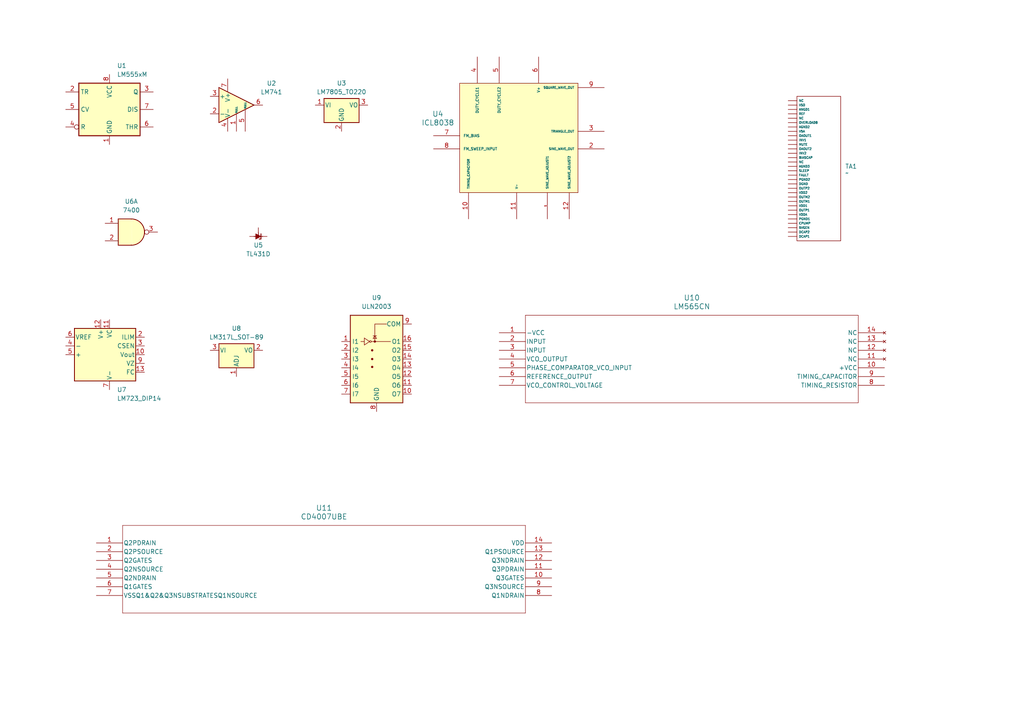
<source format=kicad_sch>
(kicad_sch (version 20231120) (generator "eeschema") (generator_version "8.0")
  (paper "A4")
  (lib_symbols
    (symbol "74xx:7400" (pin_names (offset 1.016))
      (property "Reference" "U" (at 0 1.27 0))
      (property "Value" "7400" (at 0 -1.27 0))
      (symbol "7400_1_1"
        (arc (start 0 -3.81) (mid 3.7934 0) (end 0 3.81) (stroke (width 0.254)) (fill (type background)))
        (polyline (pts (xy 0 3.81) (xy -3.81 3.81) (xy -3.81 -3.81) (xy 0 -3.81)) (stroke (width 0.254)) (fill (type background)))
        (pin input line (at -7.62 2.54 0) (length 3.81) (name "~") (number "1"))
        (pin input line (at -7.62 -2.54 0) (length 3.81) (name "~") (number "2"))
        (pin output inverted (at 7.62 0 180) (length 3.81) (name "~") (number "3"))
      )
      (symbol "7400_1_2"
        (arc (start -3.81 -3.81) (mid -2.589 0) (end -3.81 3.81) (stroke (width 0.254)))
        (arc (start -0.6096 -3.81) (mid 2.1842 -2.5851) (end 3.81 0) (stroke (width 0.254)) (fill (type background)))
        (polyline (pts (xy -3.81 -3.81) (xy -0.635 -3.81)) (stroke (width 0.254)) (fill (type background)))
        (polyline (pts (xy -3.81 3.81) (xy -0.635 3.81)) (stroke (width 0.254)) (fill (type background)))
        (polyline (pts (xy -0.635 3.81) (xy -3.81 3.81) (xy -3.81 3.81) (xy -3.556 3.4036) (xy -3.0226 2.2606) (xy -2.6924 1.0414) (xy -2.6162 -0.254) (xy -2.7686 -1.4986) (xy -3.175 -2.7178) (xy -3.81 -3.81) (xy -3.81 -3.81) (xy -0.635 -3.81)) (stroke (width -25.4)) (fill (type background)))
        (arc (start 3.81 0) (mid 2.1915 2.5936) (end -0.6096 3.81) (stroke (width 0.254)) (fill (type background)))
        (pin input inverted (at -7.62 2.54 0) (length 4.318) (name "~") (number "1"))
        (pin input inverted (at -7.62 -2.54 0) (length 4.318) (name "~") (number "2"))
        (pin output line (at 7.62 0 180) (length 3.81) (name "~") (number "3"))
      )
      (symbol "7400_2_1"
        (arc (start 0 -3.81) (mid 3.7934 0) (end 0 3.81) (stroke (width 0.254)) (fill (type background)))
        (polyline (pts (xy 0 3.81) (xy -3.81 3.81) (xy -3.81 -3.81) (xy 0 -3.81)) (stroke (width 0.254)) (fill (type background)))
        (pin input line (at -7.62 2.54 0) (length 3.81) (name "~") (number "4"))
        (pin input line (at -7.62 -2.54 0) (length 3.81) (name "~") (number "5"))
        (pin output inverted (at 7.62 0 180) (length 3.81) (name "~") (number "6"))
      )
      (symbol "7400_2_2"
        (arc (start -3.81 -3.81) (mid -2.589 0) (end -3.81 3.81) (stroke (width 0.254)))
        (arc (start -0.6096 -3.81) (mid 2.1842 -2.5851) (end 3.81 0) (stroke (width 0.254)) (fill (type background)))
        (polyline (pts (xy -3.81 -3.81) (xy -0.635 -3.81)) (stroke (width 0.254)) (fill (type background)))
        (polyline (pts (xy -3.81 3.81) (xy -0.635 3.81)) (stroke (width 0.254)) (fill (type background)))
        (polyline (pts (xy -0.635 3.81) (xy -3.81 3.81) (xy -3.81 3.81) (xy -3.556 3.4036) (xy -3.0226 2.2606) (xy -2.6924 1.0414) (xy -2.6162 -0.254) (xy -2.7686 -1.4986) (xy -3.175 -2.7178) (xy -3.81 -3.81) (xy -3.81 -3.81) (xy -0.635 -3.81)) (stroke (width -25.4)) (fill (type background)))
        (arc (start 3.81 0) (mid 2.1915 2.5936) (end -0.6096 3.81) (stroke (width 0.254)) (fill (type background)))
        (pin input inverted (at -7.62 2.54 0) (length 4.318) (name "~") (number "4"))
        (pin input inverted (at -7.62 -2.54 0) (length 4.318) (name "~") (number "5"))
        (pin output line (at 7.62 0 180) (length 3.81) (name "~") (number "6"))
      )
      (symbol "7400_3_1"
        (arc (start 0 -3.81) (mid 3.7934 0) (end 0 3.81) (stroke (width 0.254)) (fill (type background)))
        (polyline (pts (xy 0 3.81) (xy -3.81 3.81) (xy -3.81 -3.81) (xy 0 -3.81)) (stroke (width 0.254)) (fill (type background)))
        (pin input line (at -7.62 -2.54 0) (length 3.81) (name "~") (number "10"))
        (pin output inverted (at 7.62 0 180) (length 3.81) (name "~") (number "8"))
        (pin input line (at -7.62 2.54 0) (length 3.81) (name "~") (number "9"))
      )
      (symbol "7400_3_2"
        (arc (start -3.81 -3.81) (mid -2.589 0) (end -3.81 3.81) (stroke (width 0.254)))
        (arc (start -0.6096 -3.81) (mid 2.1842 -2.5851) (end 3.81 0) (stroke (width 0.254)) (fill (type background)))
        (polyline (pts (xy -3.81 -3.81) (xy -0.635 -3.81)) (stroke (width 0.254)) (fill (type background)))
        (polyline (pts (xy -3.81 3.81) (xy -0.635 3.81)) (stroke (width 0.254)) (fill (type background)))
        (polyline (pts (xy -0.635 3.81) (xy -3.81 3.81) (xy -3.81 3.81) (xy -3.556 3.4036) (xy -3.0226 2.2606) (xy -2.6924 1.0414) (xy -2.6162 -0.254) (xy -2.7686 -1.4986) (xy -3.175 -2.7178) (xy -3.81 -3.81) (xy -3.81 -3.81) (xy -0.635 -3.81)) (stroke (width -25.4)) (fill (type background)))
        (arc (start 3.81 0) (mid 2.1915 2.5936) (end -0.6096 3.81) (stroke (width 0.254)) (fill (type background)))
        (pin input inverted (at -7.62 -2.54 0) (length 4.318) (name "~") (number "10"))
        (pin output line (at 7.62 0 180) (length 3.81) (name "~") (number "8"))
        (pin input inverted (at -7.62 2.54 0) (length 4.318) (name "~") (number "9"))
      )
      (symbol "7400_4_1"
        (arc (start 0 -3.81) (mid 3.7934 0) (end 0 3.81) (stroke (width 0.254)) (fill (type background)))
        (polyline (pts (xy 0 3.81) (xy -3.81 3.81) (xy -3.81 -3.81) (xy 0 -3.81)) (stroke (width 0.254)) (fill (type background)))
        (pin output inverted (at 7.62 0 180) (length 3.81) (name "~") (number "11"))
        (pin input line (at -7.62 2.54 0) (length 3.81) (name "~") (number "12"))
        (pin input line (at -7.62 -2.54 0) (length 3.81) (name "~") (number "13"))
      )
      (symbol "7400_4_2"
        (arc (start -3.81 -3.81) (mid -2.589 0) (end -3.81 3.81) (stroke (width 0.254)))
        (arc (start -0.6096 -3.81) (mid 2.1842 -2.5851) (end 3.81 0) (stroke (width 0.254)) (fill (type background)))
        (polyline (pts (xy -3.81 -3.81) (xy -0.635 -3.81)) (stroke (width 0.254)) (fill (type background)))
        (polyline (pts (xy -3.81 3.81) (xy -0.635 3.81)) (stroke (width 0.254)) (fill (type background)))
        (polyline (pts (xy -0.635 3.81) (xy -3.81 3.81) (xy -3.81 3.81) (xy -3.556 3.4036) (xy -3.0226 2.2606) (xy -2.6924 1.0414) (xy -2.6162 -0.254) (xy -2.7686 -1.4986) (xy -3.175 -2.7178) (xy -3.81 -3.81) (xy -3.81 -3.81) (xy -0.635 -3.81)) (stroke (width -25.4)) (fill (type background)))
        (arc (start 3.81 0) (mid 2.1915 2.5936) (end -0.6096 3.81) (stroke (width 0.254)) (fill (type background)))
        (pin output line (at 7.62 0 180) (length 3.81) (name "~") (number "11"))
        (pin input inverted (at -7.62 2.54 0) (length 4.318) (name "~") (number "12"))
        (pin input inverted (at -7.62 -2.54 0) (length 4.318) (name "~") (number "13"))
      )
      (symbol "7400_5_0"
        (pin power_in line (at 0 12.7 270) (length 5.08) (name "VCC") (number "14"))
        (pin power_in line (at 0 -12.7 90) (length 5.08) (name "GND") (number "7"))
      )
      (symbol "7400_5_1"
        (rectangle (start -5.08 7.62) (end 5.08 -7.62) (stroke (width 0.254)) (fill (type background)))
      )
    )
    (symbol "Amplifier_Operational:LM741" (pin_names (offset 0.127))
      (property "Reference" "U" (at 0 6.35 0))
      (property "Value" "LM741" (at 0 3.81 0))
      (symbol "LM741_0_1"
        (polyline (pts (xy -5.08 5.08) (xy 5.08 0) (xy -5.08 -5.08) (xy -5.08 5.08)) (stroke (width 0.254)) (fill (type background)))
      )
      (symbol "LM741_1_1"
        (pin input line (at 0 -7.62 90) (length 5.08) (name "NULL") (number "1"))
        (pin input line (at -7.62 -2.54 0) (length 2.54) (name "-") (number "2"))
        (pin input line (at -7.62 2.54 0) (length 2.54) (name "+") (number "3"))
        (pin power_in line (at -2.54 -7.62 90) (length 3.81) (name "V-") (number "4"))
        (pin input line (at 2.54 -7.62 90) (length 6.35) (name "NULL") (number "5"))
        (pin output line (at 7.62 0 180) (length 2.54) (name "~") (number "6"))
        (pin power_in line (at -2.54 7.62 270) (length 3.81) (name "V+") (number "7"))
        (pin no_connect line (at 0 2.54 270) (length 2.54) hide (name "NC") (number "8"))
      )
    )
    (symbol "Generator:ICL8038" (pin_names (offset 1.016))
      (property "Reference" "U" (at -0.254 -5.334 0))
      (property "Value" "ICL8038" (at -0.254 -2.286 0))
      (symbol "ICL8038_0_1"
        (rectangle (start -16.51 11.43) (end 17.78 -20.32) (fill (type background)))
      )
      (symbol "ICL8038_1_1"
        (pin input line (at 8.89 -27.94 90) (length 7.62) (name "SINE_WAVE_ADJUST1") (number "1"))
        (pin input line (at -13.97 -27.94 90) (length 7.62) (name "TIMING_CAPACITOR") (number "10"))
        (pin power_in line (at 0 -27.94 90) (length 7.62) (name "V-") (number "11"))
        (pin input line (at 15.24 -27.94 90) (length 7.62) (name "SINE_WAVE_ADJUST2") (number "12"))
        (pin output line (at 25.4 -7.62 180) (length 7.62) (name "SINE_WAVE_OUT") (number "2"))
        (pin output line (at 25.4 -2.54 180) (length 7.62) (name "TRIANGLE_OUT") (number "3"))
        (pin input line (at -11.43 19.05 270) (length 7.62) (name "DUTY_CYCLE1") (number "4"))
        (pin input line (at -5.08 19.05 270) (length 7.62) (name "DUTY_CYCLE2") (number "5"))
        (pin power_in line (at 6.35 19.05 270) (length 7.62) (name "V+") (number "6"))
        (pin input line (at -24.13 -3.81 0) (length 7.62) (name "FM_BIAS") (number "7"))
        (pin input line (at -24.13 -7.62 0) (length 7.62) (name "FM_SWEEP_INPUT") (number "8"))
        (pin output line (at 25.4 10.16 180) (length 7.62) (name "SQUARE_WAVE_OUT") (number "9"))
      )
    )
    (symbol "Inverter:CD4007UBE" (pin_names (offset 0.254))
      (property "Reference" "U" (at 66.04 10.16 0))
      (property "Value" "CD4007UBE" (at 66.04 7.62 0))
      (symbol "CD4007UBE_0_1"
        (polyline (pts (xy 7.62 -20.32) (xy 124.46 -20.32)) (stroke (width 0.127)))
        (polyline (pts (xy 7.62 5.08) (xy 7.62 -20.32)) (stroke (width 0.127)))
        (polyline (pts (xy 124.46 -20.32) (xy 124.46 5.08)) (stroke (width 0.127)))
        (polyline (pts (xy 124.46 5.08) (xy 7.62 5.08)) (stroke (width 0.127)))
        (pin unspecified line (at 0 0 0) (length 7.62) (name "Q2PDRAIN") (number "1"))
        (pin unspecified line (at 132.08 -10.16 180) (length 7.62) (name "Q3GATES") (number "10"))
        (pin unspecified line (at 132.08 -7.62 180) (length 7.62) (name "Q3PDRAIN") (number "11"))
        (pin unspecified line (at 132.08 -5.08 180) (length 7.62) (name "Q3NDRAIN") (number "12"))
        (pin unspecified line (at 132.08 -2.54 180) (length 7.62) (name "Q1PSOURCE") (number "13"))
        (pin unspecified line (at 132.08 0 180) (length 7.62) (name "VDD") (number "14"))
        (pin unspecified line (at 0 -2.54 0) (length 7.62) (name "Q2PSOURCE") (number "2"))
        (pin unspecified line (at 0 -5.08 0) (length 7.62) (name "Q2GATES") (number "3"))
        (pin unspecified line (at 0 -7.62 0) (length 7.62) (name "Q2NSOURCE") (number "4"))
        (pin unspecified line (at 0 -10.16 0) (length 7.62) (name "Q2NDRAIN") (number "5"))
        (pin unspecified line (at 0 -12.7 0) (length 7.62) (name "Q1GATES") (number "6"))
        (pin unspecified line (at 0 -15.24 0) (length 7.62) (name "VSSQ1&Q2&Q3NSUBSTRATESQ1NSOURCE") (number "7"))
        (pin unspecified line (at 132.08 -15.24 180) (length 7.62) (name "Q1NDRAIN") (number "8"))
        (pin unspecified line (at 132.08 -12.7 180) (length 7.62) (name "Q3NSOURCE") (number "9"))
      )
    )
    (symbol "PLL:LM565CN" (pin_names (offset 0.254))
      (property "Reference" "U" (at 55.88 10.16 0))
      (property "Value" "LM565CN" (at 55.88 7.62 0))
      (symbol "LM565CN_0_1"
        (polyline (pts (xy 7.62 -20.32) (xy 104.14 -20.32)) (stroke (width 0.127)))
        (polyline (pts (xy 7.62 5.08) (xy 7.62 -20.32)) (stroke (width 0.127)))
        (polyline (pts (xy 104.14 -20.32) (xy 104.14 5.08)) (stroke (width 0.127)))
        (polyline (pts (xy 104.14 5.08) (xy 7.62 5.08)) (stroke (width 0.127)))
        (pin power_in line (at 0 0 0) (length 7.62) (name "-VCC") (number "1"))
        (pin power_in line (at 111.76 -10.16 180) (length 7.62) (name "+VCC") (number "10"))
        (pin no_connect line (at 111.76 -7.62 180) (length 7.62) (name "NC") (number "11"))
        (pin no_connect line (at 111.76 -5.08 180) (length 7.62) (name "NC") (number "12"))
        (pin no_connect line (at 111.76 -2.54 180) (length 7.62) (name "NC") (number "13"))
        (pin no_connect line (at 111.76 0 180) (length 7.62) (name "NC") (number "14"))
        (pin input line (at 0 -2.54 0) (length 7.62) (name "INPUT") (number "2"))
        (pin input line (at 0 -5.08 0) (length 7.62) (name "INPUT") (number "3"))
        (pin output line (at 0 -7.62 0) (length 7.62) (name "VCO_OUTPUT") (number "4"))
        (pin unspecified line (at 0 -10.16 0) (length 7.62) (name "PHASE_COMPARATOR_VCO_INPUT") (number "5"))
        (pin output line (at 0 -12.7 0) (length 7.62) (name "REFERENCE_OUTPUT") (number "6"))
        (pin unspecified line (at 0 -15.24 0) (length 7.62) (name "VCO_CONTROL_VOLTAGE") (number "7"))
        (pin unspecified line (at 111.76 -15.24 180) (length 7.62) (name "TIMING_RESISTOR") (number "8"))
        (pin unspecified line (at 111.76 -12.7 180) (length 7.62) (name "TIMING_CAPACITOR") (number "9"))
      )
    )
    (symbol "Reference_Voltage:TL431D" (pin_numbers hide) (pin_names hide)
      (property "Reference" "U" (at 0 -2.54 0))
      (property "Value" "TL431D" (at 0 -4.445 0))
      (symbol "TL431D_0_1"
        (polyline (pts (xy -1.27 0) (xy 0 0) (xy 1.27 0)))
        (polyline (pts (xy 0.254 -0.762) (xy 0.762 -0.762) (xy 0.762 0.762) (xy 0.762 0.762)) (stroke (width 0.254)))
        (polyline (pts (xy -0.762 -0.762) (xy -0.762 0.762) (xy -0.762 0.762) (xy 0.762 0) (xy -0.762 -0.762)) (fill (type outline)))
      )
      (symbol "TL431D_1_1"
        (polyline (pts (xy 0 1.27) (xy 0 0)))
        (pin passive line (at 2.54 0 180) (length 2.54) (name "K") (number "1"))
        (pin passive line (at -2.54 0 0) (length 2.54) (name "A") (number "2"))
        (pin passive line (at -2.54 0 0) (length 2.54) hide (name "A") (number "3"))
        (pin passive line (at -2.54 0 0) (length 2.54) hide (name "A") (number "6"))
        (pin passive line (at -2.54 0 0) (length 2.54) hide (name "A") (number "7"))
        (pin passive line (at 0 2.54 270) (length 2.54) (name "REF") (number "8"))
      )
    )
    (symbol "Regulator_Linear:LM317L_SOT-89" (pin_names (offset 0.254))
      (property "Reference" "U" (at -3.81 3.175 0))
      (property "Value" "LM317L_SOT-89" (at 0 3.175 0))
      (symbol "LM317L_SOT-89_0_1"
        (rectangle (start -5.08 1.905) (end 5.08 -5.08) (stroke (width 0.254)) (fill (type background)))
      )
      (symbol "LM317L_SOT-89_1_1"
        (pin input line (at 0 -7.62 90) (length 2.54) (name "ADJ") (number "1"))
        (pin power_out line (at 7.62 0 180) (length 2.54) (name "VO") (number "2"))
        (pin power_in line (at -7.62 0 0) (length 2.54) (name "VI") (number "3"))
      )
    )
    (symbol "Regulator_Linear:LM723_DIP14" (pin_names (offset 0.254))
      (property "Reference" "U" (at 0.635 10.795 0))
      (property "Value" "LM723_DIP14" (at 0.635 8.89 0))
      (symbol "LM723_DIP14_0_1"
        (rectangle (start -10.16 -7.62) (end 7.62 7.62) (stroke (width 0.254)) (fill (type background)))
      )
      (symbol "LM723_DIP14_1_1"
        (pin no_connect line (at -10.16 -5.08 0) (length 2.54) hide (name "NC") (number "1"))
        (pin power_out line (at 10.16 0 180) (length 2.54) (name "Vout") (number "10"))
        (pin power_in line (at 0 10.16 270) (length 2.54) (name "VC") (number "11"))
        (pin power_in line (at -2.54 10.16 270) (length 2.54) (name "V+") (number "12"))
        (pin input line (at 10.16 -5.08 180) (length 2.54) (name "FC") (number "13"))
        (pin no_connect line (at -2.54 -7.62 90) (length 2.54) hide (name "NC") (number "14"))
        (pin input line (at 10.16 5.08 180) (length 2.54) (name "ILIM") (number "2"))
        (pin input line (at 10.16 2.54 180) (length 2.54) (name "CSEN") (number "3"))
        (pin input line (at -12.7 2.54 0) (length 2.54) (name "-") (number "4"))
        (pin input line (at -12.7 0 0) (length 2.54) (name "+") (number "5"))
        (pin power_out line (at -12.7 5.08 0) (length 2.54) (name "VREF") (number "6"))
        (pin power_in line (at 0 -10.16 90) (length 2.54) (name "V-") (number "7"))
        (pin no_connect line (at -10.16 -2.54 0) (length 2.54) hide (name "NC") (number "8"))
        (pin input line (at 10.16 -2.54 180) (length 2.54) (name "VZ") (number "9"))
      )
    )
    (symbol "Regulator_Linear:LM7805_TO220" (pin_names (offset 0.254))
      (property "Reference" "U" (at -3.81 3.175 0))
      (property "Value" "LM7805_TO220" (at 0 3.175 0))
      (symbol "LM7805_TO220_0_1"
        (rectangle (start -5.08 1.905) (end 5.08 -5.08) (stroke (width 0.254)) (fill (type background)))
      )
      (symbol "LM7805_TO220_1_1"
        (pin power_in line (at -7.62 0 0) (length 2.54) (name "VI") (number "1"))
        (pin power_in line (at 0 -7.62 90) (length 2.54) (name "GND") (number "2"))
        (pin power_out line (at 7.62 0 180) (length 2.54) (name "VO") (number "3"))
      )
    )
    (symbol "TA:TA2020_020"
      (property "Reference" "TA2020" (at 2.794 0.254 90))
      (symbol "TA2020_020_0_1"
        (rectangle (start -6.35 20.32) (end 6.35 -21.59))
      )
      (symbol "TA2020_020_1_1"
        (pin input line (at -8.89 -17.78 0) (length 2.54) (name "5VGEN") (number ""))
        (pin input line (at -8.89 11.43 0) (length 2.54) (name "AGND2") (number ""))
        (pin input line (at -8.89 0 0) (length 2.54) (name "AGND3") (number ""))
        (pin input line (at -8.89 16.51 0) (length 2.54) (name "ANGD1") (number ""))
        (pin input line (at -8.89 2.54 0) (length 2.54) (name "BIASCAP") (number ""))
        (pin input line (at -8.89 -16.51 0) (length 2.54) (name "CPUMP") (number ""))
        (pin input line (at -8.89 -20.32 0) (length 2.54) (name "DCAP1") (number ""))
        (pin input line (at -8.89 -19.05 0) (length 2.54) (name "DCAP2") (number ""))
        (pin input line (at -8.89 -5.08 0) (length 2.54) (name "DGND") (number ""))
        (pin input line (at -8.89 -2.54 0) (length 2.54) (name "FAULT") (number ""))
        (pin input line (at -8.89 7.62 0) (length 2.54) (name "INV1") (number ""))
        (pin input line (at -8.89 3.81 0) (length 2.54) (name "INV2") (number ""))
        (pin input line (at -8.89 6.35 0) (length 2.54) (name "MUTE") (number ""))
        (pin input line (at -8.89 1.27 0) (length 2.54) (name "NC") (number ""))
        (pin input line (at -8.89 13.97 0) (length 2.54) (name "NC") (number ""))
        (pin input line (at -8.89 19.05 0) (length 2.54) (name "NC") (number ""))
        (pin output line (at -8.89 8.89 0) (length 2.54) (name "OAOUT1") (number ""))
        (pin output line (at -8.89 5.08 0) (length 2.54) (name "OAOUT2") (number ""))
        (pin output line (at -8.89 -10.16 0) (length 2.54) (name "OUTM1") (number ""))
        (pin output line (at -8.89 -8.89 0) (length 2.54) (name "OUTM2") (number ""))
        (pin output line (at -8.89 -12.7 0) (length 2.54) (name "OUTP1") (number ""))
        (pin output line (at -8.89 -6.35 0) (length 2.54) (name "OUTP2") (number ""))
        (pin input line (at -8.89 12.7 0) (length 2.54) (name "OVERLOADB") (number ""))
        (pin input line (at -8.89 -15.24 0) (length 2.54) (name "PGND1") (number ""))
        (pin input line (at -8.89 -3.81 0) (length 2.54) (name "PGND2") (number ""))
        (pin input line (at -8.89 15.24 0) (length 2.54) (name "REF") (number ""))
        (pin input line (at -8.89 -1.27 0) (length 2.54) (name "SLEEP") (number ""))
        (pin input line (at -8.89 10.16 0) (length 2.54) (name "V5A") (number ""))
        (pin input line (at -8.89 17.78 0) (length 2.54) (name "V5D") (number ""))
        (pin input line (at -8.89 -11.43 0) (length 2.54) (name "VDD1") (number ""))
        (pin input line (at -8.89 -7.62 0) (length 2.54) (name "VDD2") (number ""))
        (pin input line (at -8.89 -13.97 0) (length 2.54) (name "VDDA") (number ""))
      )
    )
    (symbol "Timer:LM555xM"
      (property "Reference" "U" (at -10.16 8.89 0))
      (property "Value" "LM555xM" (at 2.54 8.89 0))
      (symbol "LM555xM_0_0"
        (pin power_in line (at 0 -10.16 90) (length 2.54) (name "GND") (number "1"))
        (pin power_in line (at 0 10.16 270) (length 2.54) (name "VCC") (number "8"))
      )
      (symbol "LM555xM_0_1"
        (rectangle (start -8.89 -7.62) (end 8.89 7.62) (stroke (width 0.254)) (fill (type background)))
        (rectangle (start -8.89 -7.62) (end 8.89 7.62) (stroke (width 0.254)) (fill (type background)))
      )
      (symbol "LM555xM_1_1"
        (pin input line (at -12.7 5.08 0) (length 3.81) (name "TR") (number "2"))
        (pin output line (at 12.7 5.08 180) (length 3.81) (name "Q") (number "3"))
        (pin input inverted (at -12.7 -5.08 0) (length 3.81) (name "R") (number "4"))
        (pin input line (at -12.7 0 0) (length 3.81) (name "CV") (number "5"))
        (pin input line (at 12.7 -5.08 180) (length 3.81) (name "THR") (number "6"))
        (pin input line (at 12.7 0 180) (length 3.81) (name "DIS") (number "7"))
      )
    )
    (symbol "Transistor_Array:ULN2003"
      (property "Reference" "U" (at 0 15.875 0))
      (property "Value" "ULN2003" (at 0 13.97 0))
      (symbol "ULN2003_0_1"
        (rectangle (start -7.62 -12.7) (end 7.62 12.7) (stroke (width 0.254)) (fill (type background)))
        (circle (center -1.778 5.08) (radius 0.254))
        (circle (center -1.27 -2.286) (radius 0.254) (fill (type outline)))
        (circle (center -1.27 0) (radius 0.254) (fill (type outline)))
        (circle (center -1.27 2.54) (radius 0.254) (fill (type outline)))
        (circle (center -0.508 5.08) (radius 0.254) (fill (type outline)))
        (polyline (pts (xy -4.572 5.08) (xy -3.556 5.08)))
        (polyline (pts (xy -1.524 5.08) (xy 4.064 5.08)))
        (polyline (pts (xy 0 6.731) (xy -1.016 6.731)))
        (polyline (pts (xy -0.508 5.08) (xy -0.508 10.16) (xy 2.921 10.16)))
        (polyline (pts (xy -3.556 6.096) (xy -3.556 4.064) (xy -2.032 5.08) (xy -3.556 6.096)))
        (polyline (pts (xy 0 5.969) (xy -1.016 5.969) (xy -0.508 6.731) (xy 0 5.969)))
      )
      (symbol "ULN2003_1_1"
        (pin input line (at -10.16 5.08 0) (length 2.54) (name "I1") (number "1"))
        (pin open_collector line (at 10.16 -10.16 180) (length 2.54) (name "O7") (number "10"))
        (pin open_collector line (at 10.16 -7.62 180) (length 2.54) (name "O6") (number "11"))
        (pin open_collector line (at 10.16 -5.08 180) (length 2.54) (name "O5") (number "12"))
        (pin open_collector line (at 10.16 -2.54 180) (length 2.54) (name "O4") (number "13"))
        (pin open_collector line (at 10.16 0 180) (length 2.54) (name "O3") (number "14"))
        (pin open_collector line (at 10.16 2.54 180) (length 2.54) (name "O2") (number "15"))
        (pin open_collector line (at 10.16 5.08 180) (length 2.54) (name "O1") (number "16"))
        (pin input line (at -10.16 2.54 0) (length 2.54) (name "I2") (number "2"))
        (pin input line (at -10.16 0 0) (length 2.54) (name "I3") (number "3"))
        (pin input line (at -10.16 -2.54 0) (length 2.54) (name "I4") (number "4"))
        (pin input line (at -10.16 -5.08 0) (length 2.54) (name "I5") (number "5"))
        (pin input line (at -10.16 -7.62 0) (length 2.54) (name "I6") (number "6"))
        (pin input line (at -10.16 -10.16 0) (length 2.54) (name "I7") (number "7"))
        (pin power_in line (at 0 -15.24 90) (length 2.54) (name "GND") (number "8"))
        (pin passive line (at 10.16 10.16 180) (length 2.54) (name "COM") (number "9"))
      )
    )
  )
  (symbol (lib_id "Amplifier_Operational:LM741") (at 68.58 30.48 0) (unit 1)
    (property "Reference" "U2" (at 78.74 24.1614 0))
    (property "Value" "LM741" (at 78.74 26.7014 0))
    (property "Datasheet" "http://www.ti.com/lit/ds/symlink/lm741.pdf" (effects (hide yes)))
    (property "Description" "Operational Amplifier, DIP-8/TO-99-8" (effects (hide yes)))
  )
  (symbol (lib_id "Regulator_Linear:LM7805_TO220") (at 99.06 30.48 0) (unit 1)
    (property "Reference" "U3" (at 99.06 24.13 0))
    (property "Value" "LM7805_TO220" (at 99.06 26.67 0))
    (property "Footprint" "Package_TO_SOT_THT:TO-220-3_Vertical" (effects (hide yes)))
    (property "Datasheet" "https://www.onsemi.cn/PowerSolutions/document/MC7800-D.PDF" (effects (hide yes)))
    (property "Description" "Positive 1A 35V Linear Regulator, Fixed Output 5V, TO-220" (effects (hide yes)))
  )
  (symbol (lib_id "TA:TA2020_020") (at 237.49 48.26 0) (unit 1)
    (property "Reference" "TA1" (at 245.11 48.2599 0) (effects (justify left)))
    (property "Value" "~" (at 245.11 50.165 0) (effects (justify left)))
  )
  (symbol (lib_id "Inverter:CD4007UBE") (at 27.94 157.48 0) (unit 1)
    (property "Reference" "U11" (at 93.98 147.32 0) (effects (font (size 1.524 1.524))))
    (property "Value" "CD4007UBE" (at 93.98 149.86 0) (effects (font (size 1.524 1.524))))
    (property "Footprint" "N14" (effects (hide yes)))
    (property "Datasheet" "CD4007UBE" (effects (hide yes)))
  )
  (symbol (lib_id "74xx:7400") (at 38.1 67.31 0) (unit 1)
    (property "Reference" "U6" (at 38.0917 58.42 0))
    (property "Value" "7400" (at 38.0917 60.96 0))
    (property "Datasheet" "http://www.ti.com/lit/gpn/sn7400" (effects (hide yes)))
    (property "Description" "quad 2-input NAND gate" (effects (hide yes)))
  )
  (symbol (lib_id "Timer:LM555xM") (at 31.75 31.75 0) (unit 1)
    (property "Reference" "U1" (at 33.9441 19.05 0) (effects (justify left)))
    (property "Value" "LM555xM" (at 33.9441 21.59 0) (effects (justify left)))
    (property "Footprint" "Package_SO:SOIC-8_3.9x4.9mm_P1.27mm" (effects (hide yes)))
    (property "Datasheet" "http://www.ti.com/lit/ds/symlink/lm555.pdf" (effects (hide yes)))
    (property "Description" "Timer, 555 compatible, SOIC-8" (effects (hide yes)))
  )
  (symbol (lib_id "PLL:LM565CN") (at 144.78 96.52 0) (unit 1)
    (property "Reference" "U10" (at 200.66 86.36 0) (effects (font (size 1.524 1.524))))
    (property "Value" "LM565CN" (at 200.66 88.9 0) (effects (font (size 1.524 1.524))))
    (property "Footprint" "DIP_565CN_TEX" (effects (hide yes)))
    (property "Datasheet" "LM565CN" (effects (hide yes)))
  )
  (symbol (lib_id "Reference_Voltage:TL431D") (at 74.93 68.58 0) (unit 1)
    (property "Reference" "U5" (at 74.93 71.12 0))
    (property "Value" "TL431D" (at 74.93 73.66 0))
    (property "Footprint" "Package_SO:SOIC-8_3.9x4.9mm_P1.27mm" (effects (hide yes)))
    (property "Datasheet" "http://www.ti.com/lit/ds/symlink/tl431.pdf" (effects (hide yes)))
    (property "Description" "Shunt Regulator, SO-8" (effects (hide yes)))
  )
  (symbol (lib_id "Generator:ICL8038") (at 149.86 35.56 0) (unit 1)
    (property "Reference" "U4" (at 127 33.0514 0) (effects (font (size 1.524 1.524))))
    (property "Value" "ICL8038" (at 127 35.5914 0) (effects (font (size 1.524 1.524))))
  )
  (symbol (lib_id "Regulator_Linear:LM723_DIP14") (at 31.75 102.87 0) (unit 1)
    (property "Reference" "U7" (at 33.9441 113.03 0) (effects (justify left)))
    (property "Value" "LM723_DIP14" (at 33.9441 115.57 0) (effects (justify left)))
    (property "Footprint" "Package_DIP:DIP-14_W7.62mm" (effects (hide yes)))
    (property "Datasheet" "http://www.ti.com/lit/ds/symlink/lm723.pdf" (effects (hide yes)))
    (property "Description" "Linear Regulator (adjustable), DIP-14" (effects (hide yes)))
  )
  (symbol (lib_id "Regulator_Linear:LM317L_SOT-89") (at 68.58 101.6 0) (unit 1)
    (property "Reference" "U8" (at 68.58 95.25 0))
    (property "Value" "LM317L_SOT-89" (at 68.58 97.79 0))
    (property "Footprint" "Package_TO_SOT_SMD:SOT-89-3" (effects (hide yes)))
    (property "Datasheet" "http://www.ti.com/lit/ds/symlink/lm317l.pdf" (effects (hide yes)))
    (property "Description" "100mA 35V Adjustable Linear Regulator, SOT-89" (effects (hide yes)))
  )
  (symbol (lib_id "Transistor_Array:ULN2003") (at 109.22 104.14 0) (unit 1)
    (property "Reference" "U9" (at 109.22 86.36 0))
    (property "Value" "ULN2003" (at 109.22 88.9 0))
    (property "Datasheet" "http://www.ti.com/lit/ds/symlink/uln2003a.pdf" (effects (hide yes)))
    (property "Description" "High Voltage, High Current Darlington Transistor Arrays, SOIC16/SOIC16W/DIP16/TSSOP16" (effects (hide yes)))
  )
)
</source>
